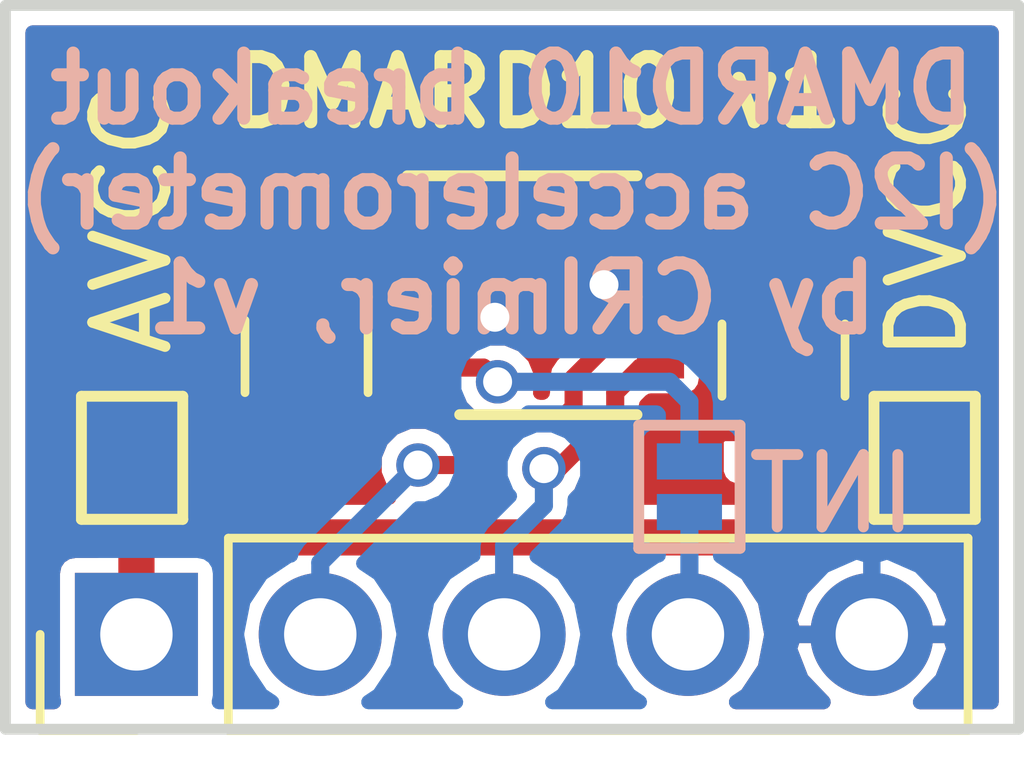
<source format=kicad_pcb>
(kicad_pcb (version 4) (host pcbnew 4.0.7)

  (general
    (links 14)
    (no_connects 4)
    (area 139.505 100.924999 156.375 111.715001)
    (thickness 1.6)
    (drawings 6)
    (tracks 53)
    (zones 0)
    (modules 7)
    (nets 9)
  )

  (page A4)
  (layers
    (0 F.Cu signal)
    (31 B.Cu signal)
    (32 B.Adhes user)
    (33 F.Adhes user)
    (34 B.Paste user)
    (35 F.Paste user)
    (36 B.SilkS user)
    (37 F.SilkS user)
    (38 B.Mask user)
    (39 F.Mask user)
    (40 Dwgs.User user)
    (41 Cmts.User user)
    (42 Eco1.User user)
    (43 Eco2.User user)
    (44 Edge.Cuts user)
    (45 Margin user)
    (46 B.CrtYd user)
    (47 F.CrtYd user)
    (48 B.Fab user hide)
    (49 F.Fab user hide)
  )

  (setup
    (last_trace_width 0.25)
    (user_trace_width 0.3)
    (user_trace_width 0.5)
    (trace_clearance 0.2)
    (zone_clearance 0.508)
    (zone_45_only no)
    (trace_min 0.2)
    (segment_width 0.2)
    (edge_width 0.15)
    (via_size 0.6)
    (via_drill 0.4)
    (via_min_size 0.4)
    (via_min_drill 0.3)
    (uvia_size 0.3)
    (uvia_drill 0.1)
    (uvias_allowed no)
    (uvia_min_size 0.2)
    (uvia_min_drill 0.1)
    (pcb_text_width 0.3)
    (pcb_text_size 1.5 1.5)
    (mod_edge_width 0.15)
    (mod_text_size 1 1)
    (mod_text_width 0.15)
    (pad_size 1.524 1.524)
    (pad_drill 0.762)
    (pad_to_mask_clearance 0.2)
    (aux_axis_origin 155 101)
    (visible_elements FFFFFF7F)
    (pcbplotparams
      (layerselection 0x010f0_80000001)
      (usegerberextensions true)
      (excludeedgelayer true)
      (linewidth 0.100000)
      (plotframeref false)
      (viasonmask false)
      (mode 1)
      (useauxorigin true)
      (hpglpennumber 1)
      (hpglpenspeed 20)
      (hpglpendiameter 15)
      (hpglpenoverlay 2)
      (psnegative false)
      (psa4output false)
      (plotreference true)
      (plotvalue true)
      (plotinvisibletext false)
      (padsonsilk false)
      (subtractmaskfromsilk false)
      (outputformat 1)
      (mirror false)
      (drillshape 0)
      (scaleselection 1)
      (outputdirectory gerbers/))
  )

  (net 0 "")
  (net 1 GND)
  (net 2 "Net-(C1-Pad2)")
  (net 3 "Net-(C2-Pad2)")
  (net 4 +3V3)
  (net 5 SDA)
  (net 6 SCL)
  (net 7 "Net-(J1-Pad4)")
  (net 8 INT)

  (net_class Default "This is the default net class."
    (clearance 0.2)
    (trace_width 0.25)
    (via_dia 0.6)
    (via_drill 0.4)
    (uvia_dia 0.3)
    (uvia_drill 0.1)
    (add_net +3V3)
    (add_net GND)
    (add_net INT)
    (add_net "Net-(C1-Pad2)")
    (add_net "Net-(C2-Pad2)")
    (add_net "Net-(J1-Pad4)")
    (add_net SCL)
    (add_net SDA)
  )

  (module Capacitors_SMD:C_0805 (layer F.Cu) (tedit 5C491D1C) (tstamp 5C491CB8)
    (at 151.75 105.9 90)
    (descr "Capacitor SMD 0805, reflow soldering, AVX (see smccp.pdf)")
    (tags "capacitor 0805")
    (path /5C491F03)
    (attr smd)
    (fp_text reference C1 (at 0 -1.5 90) (layer F.SilkS) hide
      (effects (font (size 1 1) (thickness 0.15)))
    )
    (fp_text value 100nF (at 0 1.75 90) (layer F.Fab)
      (effects (font (size 1 1) (thickness 0.15)))
    )
    (fp_text user %R (at 0 -1.5 90) (layer F.Fab)
      (effects (font (size 1 1) (thickness 0.15)))
    )
    (fp_line (start -1 0.62) (end -1 -0.62) (layer F.Fab) (width 0.1))
    (fp_line (start 1 0.62) (end -1 0.62) (layer F.Fab) (width 0.1))
    (fp_line (start 1 -0.62) (end 1 0.62) (layer F.Fab) (width 0.1))
    (fp_line (start -1 -0.62) (end 1 -0.62) (layer F.Fab) (width 0.1))
    (fp_line (start 0.5 -0.85) (end -0.5 -0.85) (layer F.SilkS) (width 0.12))
    (fp_line (start -0.5 0.85) (end 0.5 0.85) (layer F.SilkS) (width 0.12))
    (fp_line (start -1.75 -0.88) (end 1.75 -0.88) (layer F.CrtYd) (width 0.05))
    (fp_line (start -1.75 -0.88) (end -1.75 0.87) (layer F.CrtYd) (width 0.05))
    (fp_line (start 1.75 0.87) (end 1.75 -0.88) (layer F.CrtYd) (width 0.05))
    (fp_line (start 1.75 0.87) (end -1.75 0.87) (layer F.CrtYd) (width 0.05))
    (pad 1 smd rect (at -1 0 90) (size 1 1.25) (layers F.Cu F.Paste F.Mask)
      (net 1 GND))
    (pad 2 smd rect (at 1 0 90) (size 1 1.25) (layers F.Cu F.Paste F.Mask)
      (net 2 "Net-(C1-Pad2)"))
    (model Capacitors_SMD.3dshapes/C_0805.wrl
      (at (xyz 0 0 0))
      (scale (xyz 1 1 1))
      (rotate (xyz 0 0 0))
    )
  )

  (module Capacitors_SMD:C_0805 (layer F.Cu) (tedit 5C491D19) (tstamp 5C491CBE)
    (at 145.16 105.85 90)
    (descr "Capacitor SMD 0805, reflow soldering, AVX (see smccp.pdf)")
    (tags "capacitor 0805")
    (path /5C491E2D)
    (attr smd)
    (fp_text reference C2 (at 0 -1.5 90) (layer F.SilkS) hide
      (effects (font (size 1 1) (thickness 0.15)))
    )
    (fp_text value 100nF (at 0 1.75 90) (layer F.Fab)
      (effects (font (size 1 1) (thickness 0.15)))
    )
    (fp_text user %R (at 0 -1.5 90) (layer F.Fab)
      (effects (font (size 1 1) (thickness 0.15)))
    )
    (fp_line (start -1 0.62) (end -1 -0.62) (layer F.Fab) (width 0.1))
    (fp_line (start 1 0.62) (end -1 0.62) (layer F.Fab) (width 0.1))
    (fp_line (start 1 -0.62) (end 1 0.62) (layer F.Fab) (width 0.1))
    (fp_line (start -1 -0.62) (end 1 -0.62) (layer F.Fab) (width 0.1))
    (fp_line (start 0.5 -0.85) (end -0.5 -0.85) (layer F.SilkS) (width 0.12))
    (fp_line (start -0.5 0.85) (end 0.5 0.85) (layer F.SilkS) (width 0.12))
    (fp_line (start -1.75 -0.88) (end 1.75 -0.88) (layer F.CrtYd) (width 0.05))
    (fp_line (start -1.75 -0.88) (end -1.75 0.87) (layer F.CrtYd) (width 0.05))
    (fp_line (start 1.75 0.87) (end 1.75 -0.88) (layer F.CrtYd) (width 0.05))
    (fp_line (start 1.75 0.87) (end -1.75 0.87) (layer F.CrtYd) (width 0.05))
    (pad 1 smd rect (at -1 0 90) (size 1 1.25) (layers F.Cu F.Paste F.Mask)
      (net 1 GND))
    (pad 2 smd rect (at 1 0 90) (size 1 1.25) (layers F.Cu F.Paste F.Mask)
      (net 3 "Net-(C2-Pad2)"))
    (model Capacitors_SMD.3dshapes/C_0805.wrl
      (at (xyz 0 0 0))
      (scale (xyz 1 1 1))
      (rotate (xyz 0 0 0))
    )
  )

  (module Pin_Headers:Pin_Header_Straight_1x05_Pitch2.54mm (layer F.Cu) (tedit 5C491D4F) (tstamp 5C491CC7)
    (at 142.81 109.69 90)
    (descr "Through hole straight pin header, 1x05, 2.54mm pitch, single row")
    (tags "Through hole pin header THT 1x05 2.54mm single row")
    (path /5C491C01)
    (fp_text reference J1 (at 0 -2.33 90) (layer F.SilkS) hide
      (effects (font (size 1 1) (thickness 0.15)))
    )
    (fp_text value I2C (at 0 12.49 90) (layer F.Fab)
      (effects (font (size 1 1) (thickness 0.15)))
    )
    (fp_line (start -0.635 -1.27) (end 1.27 -1.27) (layer F.Fab) (width 0.1))
    (fp_line (start 1.27 -1.27) (end 1.27 11.43) (layer F.Fab) (width 0.1))
    (fp_line (start 1.27 11.43) (end -1.27 11.43) (layer F.Fab) (width 0.1))
    (fp_line (start -1.27 11.43) (end -1.27 -0.635) (layer F.Fab) (width 0.1))
    (fp_line (start -1.27 -0.635) (end -0.635 -1.27) (layer F.Fab) (width 0.1))
    (fp_line (start -1.33 11.49) (end 1.33 11.49) (layer F.SilkS) (width 0.12))
    (fp_line (start -1.33 1.27) (end -1.33 11.49) (layer F.SilkS) (width 0.12))
    (fp_line (start 1.33 1.27) (end 1.33 11.49) (layer F.SilkS) (width 0.12))
    (fp_line (start -1.33 1.27) (end 1.33 1.27) (layer F.SilkS) (width 0.12))
    (fp_line (start -1.33 0) (end -1.33 -1.33) (layer F.SilkS) (width 0.12))
    (fp_line (start -1.33 -1.33) (end 0 -1.33) (layer F.SilkS) (width 0.12))
    (fp_line (start -1.8 -1.8) (end -1.8 11.95) (layer F.CrtYd) (width 0.05))
    (fp_line (start -1.8 11.95) (end 1.8 11.95) (layer F.CrtYd) (width 0.05))
    (fp_line (start 1.8 11.95) (end 1.8 -1.8) (layer F.CrtYd) (width 0.05))
    (fp_line (start 1.8 -1.8) (end -1.8 -1.8) (layer F.CrtYd) (width 0.05))
    (fp_text user %R (at 0 5.08 180) (layer F.Fab)
      (effects (font (size 1 1) (thickness 0.15)))
    )
    (pad 1 thru_hole rect (at 0 0 90) (size 1.7 1.7) (drill 1) (layers *.Cu *.Mask)
      (net 4 +3V3))
    (pad 2 thru_hole oval (at 0 2.54 90) (size 1.7 1.7) (drill 1) (layers *.Cu *.Mask)
      (net 5 SDA))
    (pad 3 thru_hole oval (at 0 5.08 90) (size 1.7 1.7) (drill 1) (layers *.Cu *.Mask)
      (net 6 SCL))
    (pad 4 thru_hole oval (at 0 7.62 90) (size 1.7 1.7) (drill 1) (layers *.Cu *.Mask)
      (net 7 "Net-(J1-Pad4)"))
    (pad 5 thru_hole oval (at 0 10.16 90) (size 1.7 1.7) (drill 1) (layers *.Cu *.Mask)
      (net 1 GND))
    (model ${KISYS3DMOD}/Pin_Headers.3dshapes/Pin_Header_Straight_1x05_Pitch2.54mm.wrl
      (at (xyz 0 0 0))
      (scale (xyz 1 1 1))
      (rotate (xyz 0 0 0))
    )
  )

  (module dmt_ard10_breakout:GS2_SMALL (layer F.Cu) (tedit 58C916A5) (tstamp 5C491CCD)
    (at 153.7 107.6)
    (descr "3-pin solder bridge")
    (tags "solder bridge")
    (path /5C491A08)
    (attr smd)
    (fp_text reference JP1 (at -1.8 -0.3 270) (layer F.SilkS) hide
      (effects (font (size 1 1) (thickness 0.15)))
    )
    (fp_text value DVCC (at 0.04 -3.64 270) (layer F.SilkS)
      (effects (font (size 1 1) (thickness 0.15)))
    )
    (fp_line (start -1 -1.5) (end -1 0.8) (layer F.CrtYd) (width 0.15))
    (fp_line (start 1 0.8) (end 1 -1.5) (layer F.CrtYd) (width 0.15))
    (fp_line (start 1 0.8) (end -1 0.8) (layer F.CrtYd) (width 0.15))
    (fp_line (start 0.7 0.5) (end 0.7 -1.2) (layer F.SilkS) (width 0.15))
    (fp_line (start -0.7 0.5) (end 0.7 0.5) (layer F.SilkS) (width 0.15))
    (fp_line (start -0.7 -1.2) (end -0.7 0.5) (layer F.SilkS) (width 0.15))
    (fp_line (start -0.7 0.5) (end 0.7 0.5) (layer F.SilkS) (width 0.15))
    (fp_line (start -1 -1.5) (end 1 -1.5) (layer F.CrtYd) (width 0.15))
    (fp_line (start -0.7 -1.2) (end 0.7 -1.2) (layer F.SilkS) (width 0.15))
    (pad 1 smd rect (at 0 -0.7) (size 0.9 0.5) (layers F.Cu F.Paste F.Mask)
      (net 2 "Net-(C1-Pad2)"))
    (pad 2 smd rect (at 0 0) (size 0.9 0.5) (layers F.Cu F.Paste F.Mask)
      (net 4 +3V3))
  )

  (module dmt_ard10_breakout:GS2_SMALL (layer B.Cu) (tedit 58C916A5) (tstamp 5C491CD3)
    (at 150.45 108 180)
    (descr "3-pin solder bridge")
    (tags "solder bridge")
    (path /5C491C6B)
    (attr smd)
    (fp_text reference JP2 (at -1.8 0.3 270) (layer B.SilkS) hide
      (effects (font (size 1 1) (thickness 0.15)) (justify mirror))
    )
    (fp_text value INT (at -1.975 0.25 360) (layer B.SilkS)
      (effects (font (size 1 1) (thickness 0.15)) (justify mirror))
    )
    (fp_line (start -1 1.5) (end -1 -0.8) (layer B.CrtYd) (width 0.15))
    (fp_line (start 1 -0.8) (end 1 1.5) (layer B.CrtYd) (width 0.15))
    (fp_line (start 1 -0.8) (end -1 -0.8) (layer B.CrtYd) (width 0.15))
    (fp_line (start 0.7 -0.5) (end 0.7 1.2) (layer B.SilkS) (width 0.15))
    (fp_line (start -0.7 -0.5) (end 0.7 -0.5) (layer B.SilkS) (width 0.15))
    (fp_line (start -0.7 1.2) (end -0.7 -0.5) (layer B.SilkS) (width 0.15))
    (fp_line (start -0.7 -0.5) (end 0.7 -0.5) (layer B.SilkS) (width 0.15))
    (fp_line (start -1 1.5) (end 1 1.5) (layer B.CrtYd) (width 0.15))
    (fp_line (start -0.7 1.2) (end 0.7 1.2) (layer B.SilkS) (width 0.15))
    (pad 1 smd rect (at 0 0.7 180) (size 0.9 0.5) (layers B.Cu B.Paste B.Mask)
      (net 8 INT))
    (pad 2 smd rect (at 0 0 180) (size 0.9 0.5) (layers B.Cu B.Paste B.Mask)
      (net 7 "Net-(J1-Pad4)"))
  )

  (module dmt_ard10_breakout:GS2_SMALL (layer F.Cu) (tedit 58C916A5) (tstamp 5C491CD9)
    (at 142.75 107.6)
    (descr "3-pin solder bridge")
    (tags "solder bridge")
    (path /5C491AF8)
    (attr smd)
    (fp_text reference JP3 (at -1.8 -0.3 270) (layer F.SilkS) hide
      (effects (font (size 1 1) (thickness 0.15)))
    )
    (fp_text value AVCC (at 0 -3.65 270) (layer F.SilkS)
      (effects (font (size 1 1) (thickness 0.15)))
    )
    (fp_line (start -1 -1.5) (end -1 0.8) (layer F.CrtYd) (width 0.15))
    (fp_line (start 1 0.8) (end 1 -1.5) (layer F.CrtYd) (width 0.15))
    (fp_line (start 1 0.8) (end -1 0.8) (layer F.CrtYd) (width 0.15))
    (fp_line (start 0.7 0.5) (end 0.7 -1.2) (layer F.SilkS) (width 0.15))
    (fp_line (start -0.7 0.5) (end 0.7 0.5) (layer F.SilkS) (width 0.15))
    (fp_line (start -0.7 -1.2) (end -0.7 0.5) (layer F.SilkS) (width 0.15))
    (fp_line (start -0.7 0.5) (end 0.7 0.5) (layer F.SilkS) (width 0.15))
    (fp_line (start -1 -1.5) (end 1 -1.5) (layer F.CrtYd) (width 0.15))
    (fp_line (start -0.7 -1.2) (end 0.7 -1.2) (layer F.SilkS) (width 0.15))
    (pad 1 smd rect (at 0 -0.7) (size 0.9 0.5) (layers F.Cu F.Paste F.Mask)
      (net 3 "Net-(C2-Pad2)"))
    (pad 2 smd rect (at 0 0) (size 0.9 0.5) (layers F.Cu F.Paste F.Mask)
      (net 4 +3V3))
  )

  (module dmt_ard10_breakout:DFN-10_3x3mm_Pitch0.5mm (layer F.Cu) (tedit 5C491EBB) (tstamp 5C491CEB)
    (at 148.5011 105.0036)
    (descr "10-Lead Plastic Dual Flat, No Lead Package (MF) - 3x3x0.9 mm Body [DFN] (see Microchip Packaging Specification 00000049BS.pdf)")
    (tags "DFN 0.5")
    (path /5C491739)
    (attr smd)
    (fp_text reference U1 (at 0 -2.575) (layer F.SilkS) hide
      (effects (font (size 1 1) (thickness 0.15)))
    )
    (fp_text value ARD10 (at 0 2.575) (layer F.Fab)
      (effects (font (size 1 1) (thickness 0.15)))
    )
    (fp_line (start -0.5 -1.5) (end 1.5 -1.5) (layer F.Fab) (width 0.15))
    (fp_line (start 1.5 -1.5) (end 1.5 1.5) (layer F.Fab) (width 0.15))
    (fp_line (start 1.5 1.5) (end -1.5 1.5) (layer F.Fab) (width 0.15))
    (fp_line (start -1.5 1.5) (end -1.5 -0.5) (layer F.Fab) (width 0.15))
    (fp_line (start -1.5 -0.5) (end -0.5 -1.5) (layer F.Fab) (width 0.15))
    (fp_line (start -2.15 -1.85) (end -2.15 1.85) (layer F.CrtYd) (width 0.05))
    (fp_line (start 2.15 -1.85) (end 2.15 1.85) (layer F.CrtYd) (width 0.05))
    (fp_line (start -2.15 -1.85) (end 2.15 -1.85) (layer F.CrtYd) (width 0.05))
    (fp_line (start -2.15 1.85) (end 2.15 1.85) (layer F.CrtYd) (width 0.05))
    (fp_line (start -1.225 1.65) (end 1.225 1.65) (layer F.SilkS) (width 0.15))
    (fp_line (start -1.95 -1.65) (end 1.225 -1.65) (layer F.SilkS) (width 0.15))
    (pad 1 smd rect (at -1.55 -1) (size 0.65 0.3) (layers F.Cu F.Paste F.Mask))
    (pad 2 smd rect (at -1.55 -0.5) (size 0.65 0.3) (layers F.Cu F.Paste F.Mask))
    (pad 3 smd rect (at -1.55 0) (size 0.65 0.3) (layers F.Cu F.Paste F.Mask)
      (net 3 "Net-(C2-Pad2)"))
    (pad 4 smd rect (at -1.55 0.5) (size 0.65 0.3) (layers F.Cu F.Paste F.Mask)
      (net 1 GND))
    (pad 5 smd rect (at -1.55 1) (size 0.65 0.3) (layers F.Cu F.Paste F.Mask)
      (net 8 INT))
    (pad 6 smd rect (at 1.55 1) (size 0.65 0.3) (layers F.Cu F.Paste F.Mask)
      (net 6 SCL))
    (pad 7 smd rect (at 1.55 0.5) (size 0.65 0.3) (layers F.Cu F.Paste F.Mask)
      (net 5 SDA))
    (pad 8 smd rect (at 1.55 0) (size 0.65 0.3) (layers F.Cu F.Paste F.Mask)
      (net 1 GND))
    (pad 9 smd rect (at 1.55 -0.5) (size 0.65 0.3) (layers F.Cu F.Paste F.Mask)
      (net 2 "Net-(C1-Pad2)"))
    (pad 10 smd rect (at 1.55 -1) (size 0.65 0.3) (layers F.Cu F.Paste F.Mask))
    (model ${KISYS3DMOD}/Housings_DFN_QFN.3dshapes/DFN-10-1EP_3x3mm_Pitch0.5mm.wrl
      (at (xyz 0 0 0))
      (scale (xyz 1 1 1))
      (rotate (xyz 0 0 0))
    )
  )

  (gr_text "DMARD10 breakout\n(I2C accelerometer)\nby CRImier, v1" (at 148 103.6) (layer B.SilkS) (tstamp 5C4920D1)
    (effects (font (size 0.9 0.9) (thickness 0.18)) (justify mirror))
  )
  (gr_text "DMARD10 v1" (at 148.325 102.2) (layer F.SilkS)
    (effects (font (size 0.9 0.9) (thickness 0.18)))
  )
  (gr_line (start 141 101) (end 141 111) (layer Edge.Cuts) (width 0.15))
  (gr_line (start 155 101) (end 141 101) (layer Edge.Cuts) (width 0.15))
  (gr_line (start 155 111) (end 155 101) (layer Edge.Cuts) (width 0.15))
  (gr_line (start 141 111) (end 155 111) (layer Edge.Cuts) (width 0.15))

  (segment (start 150.0511 105.0036) (end 149.415176 105.0036) (width 0.25) (layer F.Cu) (net 1))
  (segment (start 149.415176 105.0036) (end 149.269957 104.858381) (width 0.25) (layer F.Cu) (net 1))
  (segment (start 147.566936 105.5036) (end 147.762248 105.308288) (width 0.25) (layer F.Cu) (net 1))
  (segment (start 146.9511 105.5036) (end 147.566936 105.5036) (width 0.25) (layer F.Cu) (net 1))
  (via (at 147.762248 105.308288) (size 0.6) (drill 0.4) (layers F.Cu B.Cu) (net 1))
  (via (at 149.269957 104.858381) (size 0.6) (drill 0.4) (layers F.Cu B.Cu) (net 1))
  (segment (start 152.875 104.9) (end 153.7 105.725) (width 0.5) (layer F.Cu) (net 2))
  (segment (start 153.7 105.725) (end 153.7 106.9) (width 0.5) (layer F.Cu) (net 2))
  (segment (start 151.75 104.9) (end 152.875 104.9) (width 0.5) (layer F.Cu) (net 2))
  (segment (start 150.0511 104.5036) (end 150.7 104.5036) (width 0.3) (layer F.Cu) (net 2))
  (segment (start 151.75 104.9) (end 151.3536 104.5036) (width 0.5) (layer F.Cu) (net 2))
  (segment (start 151.3536 104.5036) (end 150.7 104.5036) (width 0.5) (layer F.Cu) (net 2))
  (segment (start 146.9511 105.0036) (end 146.295221 105.0036) (width 0.25) (layer F.Cu) (net 3))
  (segment (start 146.295221 105.0036) (end 146.211659 104.920038) (width 0.25) (layer F.Cu) (net 3))
  (segment (start 145.16 104.85) (end 145.230038 104.920038) (width 0.5) (layer F.Cu) (net 3))
  (segment (start 145.230038 104.920038) (end 146.211659 104.920038) (width 0.5) (layer F.Cu) (net 3))
  (segment (start 146.9511 105.0036) (end 146.325 105.0036) (width 0.3) (layer F.Cu) (net 3))
  (segment (start 142.75 106.125) (end 144.025 104.85) (width 0.5) (layer F.Cu) (net 3))
  (segment (start 144.025 104.85) (end 145.16 104.85) (width 0.5) (layer F.Cu) (net 3))
  (segment (start 142.75 106.9) (end 142.75 106.125) (width 0.5) (layer F.Cu) (net 3))
  (segment (start 153.65 108.35) (end 153.7 108.3) (width 0.5) (layer F.Cu) (net 4))
  (segment (start 153.7 108.3) (end 153.7 107.6) (width 0.5) (layer F.Cu) (net 4))
  (segment (start 142.81 108.35) (end 142.81 107.66) (width 0.5) (layer F.Cu) (net 4))
  (segment (start 142.81 109.69) (end 142.81 108.35) (width 0.5) (layer F.Cu) (net 4))
  (segment (start 142.81 108.35) (end 153.65 108.35) (width 0.5) (layer F.Cu) (net 4))
  (segment (start 142.81 107.66) (end 142.75 107.6) (width 0.5) (layer F.Cu) (net 4))
  (segment (start 146.7 107.35) (end 147.575002 107.35) (width 0.25) (layer F.Cu) (net 5))
  (segment (start 147.575002 107.35) (end 148.150002 106.775) (width 0.25) (layer F.Cu) (net 5))
  (segment (start 148.150002 106.775) (end 148.625 106.775) (width 0.25) (layer F.Cu) (net 5))
  (segment (start 148.85 106.144698) (end 149.491098 105.5036) (width 0.25) (layer F.Cu) (net 5))
  (segment (start 148.625 106.775) (end 148.85 106.55) (width 0.25) (layer F.Cu) (net 5))
  (segment (start 148.85 106.55) (end 148.85 106.144698) (width 0.25) (layer F.Cu) (net 5))
  (segment (start 149.491098 105.5036) (end 150.0511 105.5036) (width 0.25) (layer F.Cu) (net 5))
  (segment (start 146.7 107.35) (end 145.35 108.7) (width 0.25) (layer B.Cu) (net 5))
  (segment (start 145.35 108.7) (end 145.35 109.69) (width 0.25) (layer B.Cu) (net 5))
  (via (at 146.7 107.35) (size 0.6) (drill 0.4) (layers F.Cu B.Cu) (net 5))
  (segment (start 148.43964 107.91036) (end 147.89 108.46) (width 0.25) (layer B.Cu) (net 6))
  (segment (start 147.89 108.46) (end 147.89 109.69) (width 0.25) (layer B.Cu) (net 6))
  (segment (start 148.43964 107.4) (end 148.43964 107.91036) (width 0.25) (layer B.Cu) (net 6))
  (segment (start 149.425 106.35) (end 149.425 106.61141) (width 0.25) (layer F.Cu) (net 6))
  (segment (start 149.425 106.61141) (end 148.63641 107.4) (width 0.25) (layer F.Cu) (net 6))
  (segment (start 148.63641 107.4) (end 148.43964 107.4) (width 0.25) (layer F.Cu) (net 6))
  (via (at 148.43964 107.4) (size 0.6) (drill 0.4) (layers F.Cu B.Cu) (net 6))
  (segment (start 149.7714 106.0036) (end 149.425 106.35) (width 0.25) (layer F.Cu) (net 6))
  (segment (start 150.0511 106.0036) (end 149.7714 106.0036) (width 0.25) (layer F.Cu) (net 6))
  (segment (start 150.45 108) (end 150.45 109.67) (width 0.25) (layer B.Cu) (net 7))
  (segment (start 150.45 109.67) (end 150.43 109.69) (width 0.25) (layer B.Cu) (net 7))
  (segment (start 150.175 106.2) (end 150.45 106.475) (width 0.25) (layer B.Cu) (net 8))
  (segment (start 150.45 106.475) (end 150.45 107.3) (width 0.25) (layer B.Cu) (net 8))
  (segment (start 147.8 106.2) (end 150.175 106.2) (width 0.25) (layer B.Cu) (net 8))
  (segment (start 146.9511 106.0036) (end 147.6036 106.0036) (width 0.25) (layer F.Cu) (net 8))
  (segment (start 147.6036 106.0036) (end 147.8 106.2) (width 0.25) (layer F.Cu) (net 8))
  (via (at 147.8 106.2) (size 0.6) (drill 0.4) (layers F.Cu B.Cu) (net 8))

  (zone (net 1) (net_name GND) (layer F.Cu) (tstamp 0) (hatch edge 0.508)
    (connect_pads (clearance 0.2))
    (min_thickness 0.2)
    (fill yes (arc_segments 16) (thermal_gap 0.2) (thermal_bridge_width 0.24))
    (polygon
      (pts
        (xy 141 101) (xy 155 101) (xy 155 111) (xy 141 111)
      )
    )
    (filled_polygon
      (pts
        (xy 154.625 110.625) (xy 153.636359 110.625) (xy 153.93994 110.307836) (xy 154.102543 109.889626) (xy 154.044828 109.71)
        (xy 152.99 109.71) (xy 152.99 109.73) (xy 152.95 109.73) (xy 152.95 109.71) (xy 151.895172 109.71)
        (xy 151.837457 109.889626) (xy 152.00006 110.307836) (xy 152.303641 110.625) (xy 151.094564 110.625) (xy 151.243173 110.525703)
        (xy 151.492461 110.152616) (xy 151.58 109.71253) (xy 151.58 109.66747) (xy 151.492461 109.227384) (xy 151.273711 108.9)
        (xy 152.164851 108.9) (xy 152.00006 109.072164) (xy 151.837457 109.490374) (xy 151.895172 109.67) (xy 152.95 109.67)
        (xy 152.95 109.65) (xy 152.99 109.65) (xy 152.99 109.67) (xy 154.044828 109.67) (xy 154.102543 109.490374)
        (xy 153.93994 109.072164) (xy 153.755133 108.879088) (xy 153.860476 108.858134) (xy 154.038909 108.738909) (xy 154.088909 108.688909)
        (xy 154.208134 108.510476) (xy 154.250001 108.3) (xy 154.25 108.299995) (xy 154.25 108.13706) (xy 154.261173 108.134958)
        (xy 154.363279 108.069255) (xy 154.431778 107.969003) (xy 154.455877 107.85) (xy 154.455877 107.35) (xy 154.43637 107.246329)
        (xy 154.455877 107.15) (xy 154.455877 106.65) (xy 154.434958 106.538827) (xy 154.369255 106.436721) (xy 154.269003 106.368222)
        (xy 154.25 106.364374) (xy 154.25 105.725) (xy 154.208134 105.514524) (xy 154.088909 105.336091) (xy 153.263909 104.511091)
        (xy 153.085476 104.391866) (xy 152.875 104.35) (xy 152.671469 104.35) (xy 152.659958 104.288827) (xy 152.594255 104.186721)
        (xy 152.494003 104.118222) (xy 152.375 104.094123) (xy 151.711727 104.094123) (xy 151.564076 103.995466) (xy 151.3536 103.9536)
        (xy 150.7 103.9536) (xy 150.681977 103.957185) (xy 150.681977 103.8536) (xy 150.661058 103.742427) (xy 150.595355 103.640321)
        (xy 150.495103 103.571822) (xy 150.3761 103.547723) (xy 149.7261 103.547723) (xy 149.614927 103.568642) (xy 149.512821 103.634345)
        (xy 149.444322 103.734597) (xy 149.420223 103.8536) (xy 149.420223 104.1536) (xy 149.43973 104.257271) (xy 149.420223 104.3536)
        (xy 149.420223 104.6536) (xy 149.440215 104.759849) (xy 149.4261 104.793927) (xy 149.4261 104.9086) (xy 149.5011 104.9836)
        (xy 150.0311 104.9836) (xy 150.0311 104.9636) (xy 150.0711 104.9636) (xy 150.0711 104.9836) (xy 150.0911 104.9836)
        (xy 150.0911 105.0236) (xy 150.0711 105.0236) (xy 150.0711 105.0436) (xy 150.0311 105.0436) (xy 150.0311 105.0236)
        (xy 149.5011 105.0236) (xy 149.434927 105.089773) (xy 149.328458 105.110951) (xy 149.328456 105.110952) (xy 149.328457 105.110952)
        (xy 149.190577 105.20308) (xy 148.54948 105.844178) (xy 148.457351 105.982057) (xy 148.457351 105.982058) (xy 148.425 106.144698)
        (xy 148.425 106.35) (xy 148.387385 106.35) (xy 148.399896 106.319871) (xy 148.400104 106.081176) (xy 148.308952 105.860571)
        (xy 148.140317 105.691641) (xy 147.919871 105.600104) (xy 147.710792 105.599922) (xy 147.6036 105.5786) (xy 147.5561 105.5786)
        (xy 147.5011 105.5236) (xy 146.9711 105.5236) (xy 146.9711 105.5436) (xy 146.9311 105.5436) (xy 146.9311 105.5236)
        (xy 146.4011 105.5236) (xy 146.3261 105.5986) (xy 146.3261 105.713273) (xy 146.341239 105.749822) (xy 146.320223 105.8536)
        (xy 146.320223 106.1536) (xy 146.341142 106.264773) (xy 146.406845 106.366879) (xy 146.507097 106.435378) (xy 146.6261 106.459477)
        (xy 147.258013 106.459477) (xy 147.291048 106.539429) (xy 147.459683 106.708359) (xy 147.569855 106.754106) (xy 147.398962 106.925)
        (xy 147.12353 106.925) (xy 147.040317 106.841641) (xy 146.819871 106.750104) (xy 146.581176 106.749896) (xy 146.360571 106.841048)
        (xy 146.191641 107.009683) (xy 146.100104 107.230129) (xy 146.099896 107.468824) (xy 146.191048 107.689429) (xy 146.301426 107.8)
        (xy 143.505877 107.8) (xy 143.505877 107.35) (xy 143.48637 107.246329) (xy 143.505877 107.15) (xy 143.505877 106.945)
        (xy 144.235 106.945) (xy 144.235 107.409674) (xy 144.280672 107.519937) (xy 144.365064 107.604328) (xy 144.475327 107.65)
        (xy 145.065 107.65) (xy 145.14 107.575) (xy 145.14 106.87) (xy 145.18 106.87) (xy 145.18 107.575)
        (xy 145.255 107.65) (xy 145.844673 107.65) (xy 145.954936 107.604328) (xy 146.039328 107.519937) (xy 146.085 107.409674)
        (xy 146.085 106.945) (xy 146.01 106.87) (xy 145.18 106.87) (xy 145.14 106.87) (xy 144.31 106.87)
        (xy 144.235 106.945) (xy 143.505877 106.945) (xy 143.505877 106.65) (xy 143.484958 106.538827) (xy 143.419255 106.436721)
        (xy 143.319003 106.368222) (xy 143.3 106.364374) (xy 143.3 106.352818) (xy 143.362492 106.290326) (xy 144.235 106.290326)
        (xy 144.235 106.755) (xy 144.31 106.83) (xy 145.14 106.83) (xy 145.14 106.125) (xy 145.18 106.125)
        (xy 145.18 106.83) (xy 146.01 106.83) (xy 146.085 106.755) (xy 146.085 106.290326) (xy 146.039328 106.180063)
        (xy 145.954936 106.095672) (xy 145.844673 106.05) (xy 145.255 106.05) (xy 145.18 106.125) (xy 145.14 106.125)
        (xy 145.065 106.05) (xy 144.475327 106.05) (xy 144.365064 106.095672) (xy 144.280672 106.180063) (xy 144.235 106.290326)
        (xy 143.362492 106.290326) (xy 144.240794 105.412024) (xy 144.250042 105.461173) (xy 144.315745 105.563279) (xy 144.415997 105.631778)
        (xy 144.535 105.655877) (xy 145.785 105.655877) (xy 145.896173 105.634958) (xy 145.998279 105.569255) (xy 146.066071 105.470038)
        (xy 146.211659 105.470038) (xy 146.309649 105.450547) (xy 146.325 105.4536) (xy 146.3711 105.4536) (xy 146.4011 105.4836)
        (xy 146.9311 105.4836) (xy 146.9311 105.4636) (xy 146.9711 105.4636) (xy 146.9711 105.4836) (xy 147.5011 105.4836)
        (xy 147.5761 105.4086) (xy 147.5761 105.293927) (xy 147.560961 105.257378) (xy 147.581977 105.1536) (xy 147.581977 104.8536)
        (xy 147.56247 104.749929) (xy 147.581977 104.6536) (xy 147.581977 104.3536) (xy 147.56247 104.249929) (xy 147.581977 104.1536)
        (xy 147.581977 103.8536) (xy 147.561058 103.742427) (xy 147.495355 103.640321) (xy 147.395103 103.571822) (xy 147.2761 103.547723)
        (xy 146.6261 103.547723) (xy 146.514927 103.568642) (xy 146.412821 103.634345) (xy 146.344322 103.734597) (xy 146.320223 103.8536)
        (xy 146.320223 104.1536) (xy 146.33973 104.257271) (xy 146.320223 104.3536) (xy 146.320223 104.391633) (xy 146.211659 104.370038)
        (xy 146.090877 104.370038) (xy 146.090877 104.35) (xy 146.069958 104.238827) (xy 146.004255 104.136721) (xy 145.904003 104.068222)
        (xy 145.785 104.044123) (xy 144.535 104.044123) (xy 144.423827 104.065042) (xy 144.321721 104.130745) (xy 144.253222 104.230997)
        (xy 144.239248 104.3) (xy 144.025 104.3) (xy 143.814524 104.341866) (xy 143.636091 104.461091) (xy 142.361091 105.736091)
        (xy 142.241866 105.914524) (xy 142.2 106.125) (xy 142.2 106.36294) (xy 142.188827 106.365042) (xy 142.086721 106.430745)
        (xy 142.018222 106.530997) (xy 141.994123 106.65) (xy 141.994123 107.15) (xy 142.01363 107.253671) (xy 141.994123 107.35)
        (xy 141.994123 107.85) (xy 142.015042 107.961173) (xy 142.080745 108.063279) (xy 142.180997 108.131778) (xy 142.26 108.147777)
        (xy 142.26 108.534123) (xy 141.96 108.534123) (xy 141.848827 108.555042) (xy 141.746721 108.620745) (xy 141.678222 108.720997)
        (xy 141.654123 108.84) (xy 141.654123 110.54) (xy 141.670117 110.625) (xy 141.375 110.625) (xy 141.375 101.375)
        (xy 154.625 101.375)
      )
    )
    (filled_polygon
      (pts
        (xy 150.7 105.0536) (xy 150.819123 105.0536) (xy 150.819123 105.4) (xy 150.840042 105.511173) (xy 150.905745 105.613279)
        (xy 151.005997 105.681778) (xy 151.125 105.705877) (xy 152.375 105.705877) (xy 152.486173 105.684958) (xy 152.588279 105.619255)
        (xy 152.656778 105.519003) (xy 152.666782 105.4696) (xy 153.15 105.952818) (xy 153.15 106.36294) (xy 153.138827 106.365042)
        (xy 153.036721 106.430745) (xy 152.968222 106.530997) (xy 152.944123 106.65) (xy 152.944123 107.15) (xy 152.96363 107.253671)
        (xy 152.944123 107.35) (xy 152.944123 107.8) (xy 148.888212 107.8) (xy 148.947999 107.740317) (xy 148.984118 107.653332)
        (xy 149.64245 106.995) (xy 150.825 106.995) (xy 150.825 107.459674) (xy 150.870672 107.569937) (xy 150.955064 107.654328)
        (xy 151.065327 107.7) (xy 151.655 107.7) (xy 151.73 107.625) (xy 151.73 106.92) (xy 151.77 106.92)
        (xy 151.77 107.625) (xy 151.845 107.7) (xy 152.434673 107.7) (xy 152.544936 107.654328) (xy 152.629328 107.569937)
        (xy 152.675 107.459674) (xy 152.675 106.995) (xy 152.6 106.92) (xy 151.77 106.92) (xy 151.73 106.92)
        (xy 150.9 106.92) (xy 150.825 106.995) (xy 149.64245 106.995) (xy 149.725521 106.91193) (xy 149.817649 106.774051)
        (xy 149.85 106.61141) (xy 149.85 106.52604) (xy 149.916564 106.459477) (xy 150.3761 106.459477) (xy 150.487273 106.438558)
        (xy 150.589379 106.372855) (xy 150.611605 106.340326) (xy 150.825 106.340326) (xy 150.825 106.805) (xy 150.9 106.88)
        (xy 151.73 106.88) (xy 151.73 106.175) (xy 151.77 106.175) (xy 151.77 106.88) (xy 152.6 106.88)
        (xy 152.675 106.805) (xy 152.675 106.340326) (xy 152.629328 106.230063) (xy 152.544936 106.145672) (xy 152.434673 106.1)
        (xy 151.845 106.1) (xy 151.77 106.175) (xy 151.73 106.175) (xy 151.655 106.1) (xy 151.065327 106.1)
        (xy 150.955064 106.145672) (xy 150.870672 106.230063) (xy 150.825 106.340326) (xy 150.611605 106.340326) (xy 150.657878 106.272603)
        (xy 150.681977 106.1536) (xy 150.681977 105.8536) (xy 150.66247 105.749929) (xy 150.681977 105.6536) (xy 150.681977 105.3536)
        (xy 150.661985 105.247351) (xy 150.6761 105.213273) (xy 150.6761 105.0986) (xy 150.613992 105.036492)
      )
    )
  )
  (zone (net 1) (net_name GND) (layer B.Cu) (tstamp 5C491ED9) (hatch edge 0.508)
    (connect_pads (clearance 0.2))
    (min_thickness 0.2)
    (fill yes (arc_segments 16) (thermal_gap 0.2) (thermal_bridge_width 0.24))
    (polygon
      (pts
        (xy 155 101) (xy 141 101) (xy 141 111) (xy 155 111)
      )
    )
    (filled_polygon
      (pts
        (xy 154.625 110.625) (xy 153.636359 110.625) (xy 153.93994 110.307836) (xy 154.102543 109.889626) (xy 154.044828 109.71)
        (xy 152.99 109.71) (xy 152.99 109.73) (xy 152.95 109.73) (xy 152.95 109.71) (xy 151.895172 109.71)
        (xy 151.837457 109.889626) (xy 152.00006 110.307836) (xy 152.303641 110.625) (xy 151.094564 110.625) (xy 151.243173 110.525703)
        (xy 151.492461 110.152616) (xy 151.58 109.71253) (xy 151.58 109.66747) (xy 151.544774 109.490374) (xy 151.837457 109.490374)
        (xy 151.895172 109.67) (xy 152.95 109.67) (xy 152.95 108.615186) (xy 152.99 108.615186) (xy 152.99 109.67)
        (xy 154.044828 109.67) (xy 154.102543 109.490374) (xy 153.93994 109.072164) (xy 153.629672 108.748014) (xy 153.218975 108.567273)
        (xy 153.169626 108.557459) (xy 152.99 108.615186) (xy 152.95 108.615186) (xy 152.770374 108.557459) (xy 152.721025 108.567273)
        (xy 152.310328 108.748014) (xy 152.00006 109.072164) (xy 151.837457 109.490374) (xy 151.544774 109.490374) (xy 151.492461 109.227384)
        (xy 151.243173 108.854297) (xy 150.875 108.608292) (xy 150.875 108.555877) (xy 150.9 108.555877) (xy 151.011173 108.534958)
        (xy 151.113279 108.469255) (xy 151.181778 108.369003) (xy 151.205877 108.25) (xy 151.205877 107.75) (xy 151.18637 107.646329)
        (xy 151.205877 107.55) (xy 151.205877 107.05) (xy 151.184958 106.938827) (xy 151.119255 106.836721) (xy 151.019003 106.768222)
        (xy 150.9 106.744123) (xy 150.875 106.744123) (xy 150.875 106.475) (xy 150.842649 106.312359) (xy 150.750521 106.17448)
        (xy 150.47552 105.89948) (xy 150.337641 105.807351) (xy 150.310657 105.801984) (xy 150.175 105.775) (xy 148.22353 105.775)
        (xy 148.140317 105.691641) (xy 147.919871 105.600104) (xy 147.681176 105.599896) (xy 147.460571 105.691048) (xy 147.291641 105.859683)
        (xy 147.200104 106.080129) (xy 147.199896 106.318824) (xy 147.291048 106.539429) (xy 147.459683 106.708359) (xy 147.680129 106.799896)
        (xy 147.918824 106.800104) (xy 148.139429 106.708952) (xy 148.223528 106.625) (xy 149.99896 106.625) (xy 150.025 106.651041)
        (xy 150.025 106.744123) (xy 150 106.744123) (xy 149.888827 106.765042) (xy 149.786721 106.830745) (xy 149.718222 106.930997)
        (xy 149.694123 107.05) (xy 149.694123 107.55) (xy 149.71363 107.653671) (xy 149.694123 107.75) (xy 149.694123 108.25)
        (xy 149.715042 108.361173) (xy 149.780745 108.463279) (xy 149.880997 108.531778) (xy 150 108.555877) (xy 150.025 108.555877)
        (xy 150.025 108.59803) (xy 149.989914 108.605009) (xy 149.616827 108.854297) (xy 149.367539 109.227384) (xy 149.28 109.66747)
        (xy 149.28 109.71253) (xy 149.367539 110.152616) (xy 149.616827 110.525703) (xy 149.765436 110.625) (xy 148.554564 110.625)
        (xy 148.703173 110.525703) (xy 148.952461 110.152616) (xy 149.04 109.71253) (xy 149.04 109.66747) (xy 148.952461 109.227384)
        (xy 148.703173 108.854297) (xy 148.339645 108.611396) (xy 148.74016 108.210881) (xy 148.832288 108.073001) (xy 148.832289 108.073)
        (xy 148.86464 107.91036) (xy 148.86464 107.82353) (xy 148.947999 107.740317) (xy 149.039536 107.519871) (xy 149.039744 107.281176)
        (xy 148.948592 107.060571) (xy 148.779957 106.891641) (xy 148.559511 106.800104) (xy 148.320816 106.799896) (xy 148.100211 106.891048)
        (xy 147.931281 107.059683) (xy 147.839744 107.280129) (xy 147.839536 107.518824) (xy 147.930688 107.739429) (xy 147.970075 107.778885)
        (xy 147.58948 108.15948) (xy 147.497351 108.297359) (xy 147.497351 108.29736) (xy 147.465 108.46) (xy 147.465 108.602008)
        (xy 147.449914 108.605009) (xy 147.076827 108.854297) (xy 146.827539 109.227384) (xy 146.74 109.66747) (xy 146.74 109.71253)
        (xy 146.827539 110.152616) (xy 147.076827 110.525703) (xy 147.225436 110.625) (xy 146.014564 110.625) (xy 146.163173 110.525703)
        (xy 146.412461 110.152616) (xy 146.5 109.71253) (xy 146.5 109.66747) (xy 146.412461 109.227384) (xy 146.163173 108.854297)
        (xy 145.943514 108.707526) (xy 146.701039 107.950001) (xy 146.818824 107.950104) (xy 147.039429 107.858952) (xy 147.208359 107.690317)
        (xy 147.299896 107.469871) (xy 147.300104 107.231176) (xy 147.208952 107.010571) (xy 147.040317 106.841641) (xy 146.819871 106.750104)
        (xy 146.581176 106.749896) (xy 146.360571 106.841048) (xy 146.191641 107.009683) (xy 146.100104 107.230129) (xy 146.1 107.348959)
        (xy 145.04948 108.39948) (xy 144.957351 108.537359) (xy 144.957351 108.53736) (xy 144.945295 108.597971) (xy 144.909914 108.605009)
        (xy 144.536827 108.854297) (xy 144.287539 109.227384) (xy 144.2 109.66747) (xy 144.2 109.71253) (xy 144.287539 110.152616)
        (xy 144.536827 110.525703) (xy 144.685436 110.625) (xy 143.948664 110.625) (xy 143.965877 110.54) (xy 143.965877 108.84)
        (xy 143.944958 108.728827) (xy 143.879255 108.626721) (xy 143.779003 108.558222) (xy 143.66 108.534123) (xy 141.96 108.534123)
        (xy 141.848827 108.555042) (xy 141.746721 108.620745) (xy 141.678222 108.720997) (xy 141.654123 108.84) (xy 141.654123 110.54)
        (xy 141.670117 110.625) (xy 141.375 110.625) (xy 141.375 101.375) (xy 154.625 101.375)
      )
    )
  )
)

</source>
